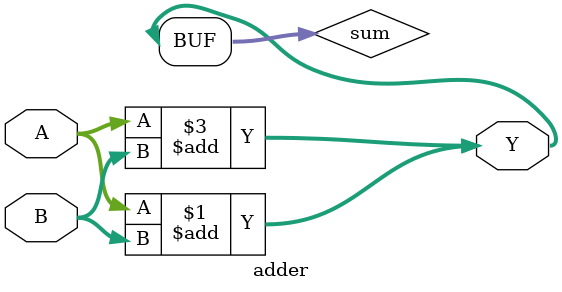
<source format=v>
module adder
(
    // where you declare the input and output
    // the syntax format follows...
    // in/out keyword - (data type) [bit range] (variable name)
    input   wire [7:0] A,       // 8 bit input port
    input   wire [7:0] B,       // 8 bit input port
    output  wire [7:0] Y        // 8 bit output port
); 
// where you implement the functionality 

// wire type requires assign keyword
wire [7:0] sum; 
assign sum = A + B; 

// register type requires begin/end block 
// signals for the sensitivity list after '@ is separated by 'or' 
reg [7:0] sum; 
always @(A or B)
begin 
    sum = A+B; 
end 

// Y port requires assign keyword because it's a wire
assign Y = sum; 




// number representation 
// (digit)'(radix)(number)


endmodule
</source>
